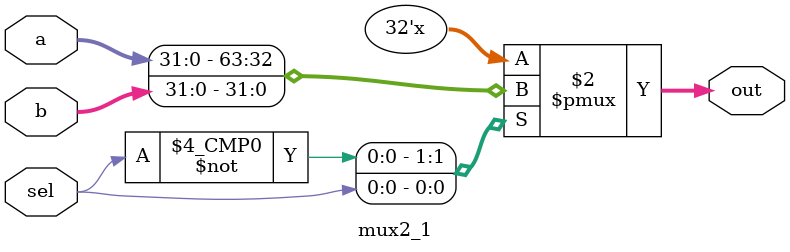
<source format=v>
module mux2_1 (
    input [31:0] a,
    input [31:0] b,
    input sel,
    output reg [31:0] out
);
    always @(*) begin
        case(sel)
            1'b0: out = a;
            1'b1: out = b;
        endcase
    end

endmodule

</source>
